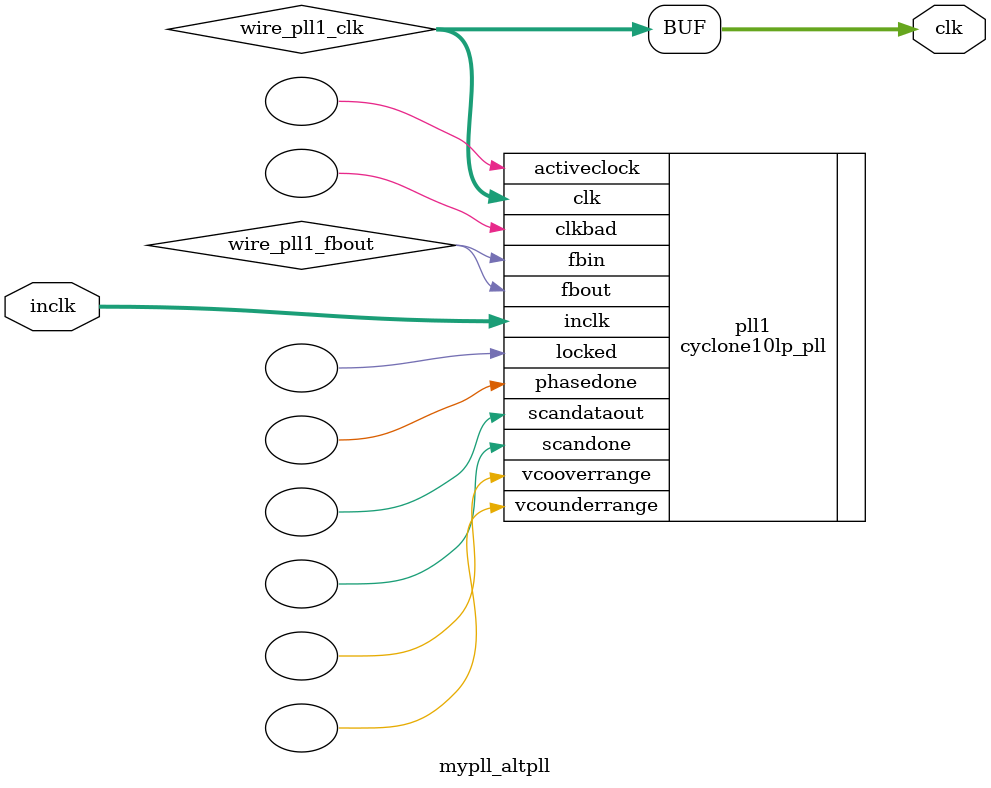
<source format=v>






//synthesis_resources = cyclone10lp_pll 1 
//synopsys translate_off
`timescale 1 ps / 1 ps
//synopsys translate_on
module  mypll_altpll
	( 
	clk,
	inclk) /* synthesis synthesis_clearbox=1 */;
	output   [4:0]  clk;
	input   [1:0]  inclk;
`ifndef ALTERA_RESERVED_QIS
// synopsys translate_off
`endif
	tri0   [1:0]  inclk;
`ifndef ALTERA_RESERVED_QIS
// synopsys translate_on
`endif

	wire  [4:0]   wire_pll1_clk;
	wire  wire_pll1_fbout;

	cyclone10lp_pll   pll1
	( 
	.activeclock(),
	.clk(wire_pll1_clk),
	.clkbad(),
	.fbin(wire_pll1_fbout),
	.fbout(wire_pll1_fbout),
	.inclk(inclk),
	.locked(),
	.phasedone(),
	.scandataout(),
	.scandone(),
	.vcooverrange(),
	.vcounderrange()
	`ifndef FORMAL_VERIFICATION
	// synopsys translate_off
	`endif
	,
	.areset(1'b0),
	.clkswitch(1'b0),
	.configupdate(1'b0),
	.pfdena(1'b1),
	.phasecounterselect({3{1'b0}}),
	.phasestep(1'b0),
	.phaseupdown(1'b0),
	.scanclk(1'b0),
	.scanclkena(1'b1),
	.scandata(1'b0)
	`ifndef FORMAL_VERIFICATION
	// synopsys translate_on
	`endif
	);
	defparam
		pll1.bandwidth_type = "auto",
		pll1.clk0_divide_by = 15625,
		pll1.clk0_duty_cycle = 50,
		pll1.clk0_multiply_by = 4096,
		pll1.clk0_phase_shift = "0",
		pll1.compensate_clock = "clk0",
		pll1.inclk0_input_frequency = 40000,
		pll1.operation_mode = "normal",
		pll1.pll_type = "auto",
		pll1.lpm_type = "cyclone10lp_pll";
	assign
		clk = {wire_pll1_clk[4:0]};
endmodule //mypll_altpll
//VALID FILE

</source>
